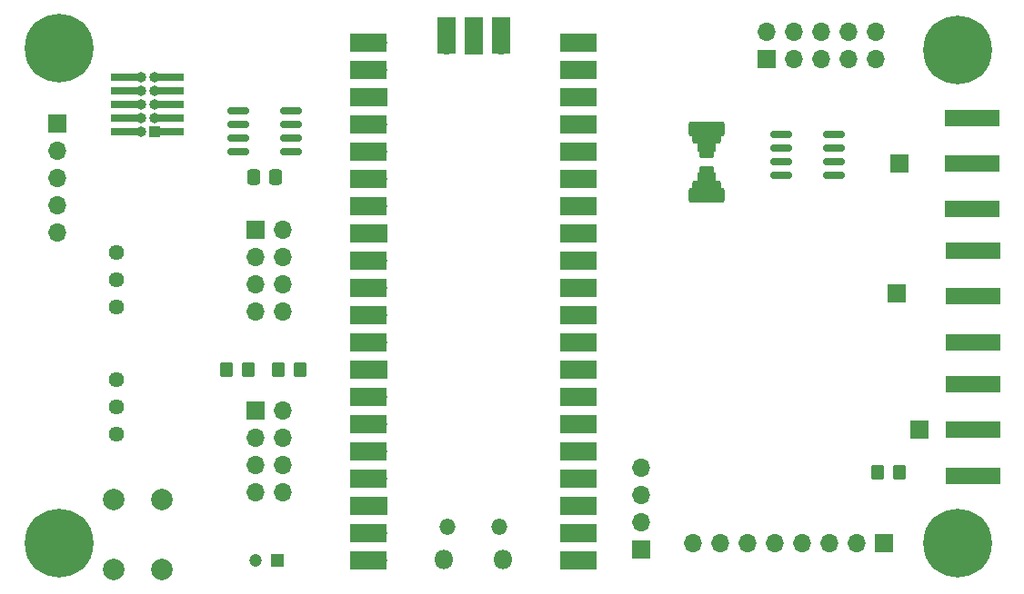
<source format=gbr>
%TF.GenerationSoftware,KiCad,Pcbnew,6.0.1*%
%TF.CreationDate,2022-02-28T04:04:16+01:00*%
%TF.ProjectId,glitcher,676c6974-6368-4657-922e-6b696361645f,4*%
%TF.SameCoordinates,Original*%
%TF.FileFunction,Soldermask,Top*%
%TF.FilePolarity,Negative*%
%FSLAX46Y46*%
G04 Gerber Fmt 4.6, Leading zero omitted, Abs format (unit mm)*
G04 Created by KiCad (PCBNEW 6.0.1) date 2022-02-28 04:04:16*
%MOMM*%
%LPD*%
G01*
G04 APERTURE LIST*
G04 Aperture macros list*
%AMRoundRect*
0 Rectangle with rounded corners*
0 $1 Rounding radius*
0 $2 $3 $4 $5 $6 $7 $8 $9 X,Y pos of 4 corners*
0 Add a 4 corners polygon primitive as box body*
4,1,4,$2,$3,$4,$5,$6,$7,$8,$9,$2,$3,0*
0 Add four circle primitives for the rounded corners*
1,1,$1+$1,$2,$3*
1,1,$1+$1,$4,$5*
1,1,$1+$1,$6,$7*
1,1,$1+$1,$8,$9*
0 Add four rect primitives between the rounded corners*
20,1,$1+$1,$2,$3,$4,$5,0*
20,1,$1+$1,$4,$5,$6,$7,0*
20,1,$1+$1,$6,$7,$8,$9,0*
20,1,$1+$1,$8,$9,$2,$3,0*%
G04 Aperture macros list end*
%ADD10RoundRect,0.250000X0.450000X-0.350000X0.450000X0.350000X-0.450000X0.350000X-0.450000X-0.350000X0*%
%ADD11R,5.080000X1.500000*%
%ADD12C,0.800000*%
%ADD13C,6.400000*%
%ADD14R,1.700000X1.700000*%
%ADD15O,1.700000X1.700000*%
%ADD16RoundRect,0.249999X1.075001X-0.450001X1.075001X0.450001X-1.075001X0.450001X-1.075001X-0.450001X0*%
%ADD17C,1.440000*%
%ADD18RoundRect,0.250000X0.350000X0.450000X-0.350000X0.450000X-0.350000X-0.450000X0.350000X-0.450000X0*%
%ADD19O,1.500000X1.500000*%
%ADD20O,1.800000X1.800000*%
%ADD21R,3.500000X1.700000*%
%ADD22R,1.700000X3.500000*%
%ADD23R,1.000000X1.000000*%
%ADD24O,1.000000X1.000000*%
%ADD25R,2.790000X0.740000*%
%ADD26RoundRect,0.250000X-0.350000X-0.450000X0.350000X-0.450000X0.350000X0.450000X-0.350000X0.450000X0*%
%ADD27RoundRect,0.249999X1.425001X-0.450001X1.425001X0.450001X-1.425001X0.450001X-1.425001X-0.450001X0*%
%ADD28RoundRect,0.250000X0.337500X0.475000X-0.337500X0.475000X-0.337500X-0.475000X0.337500X-0.475000X0*%
%ADD29R,1.200000X1.200000*%
%ADD30C,1.200000*%
%ADD31RoundRect,0.250000X0.625000X-0.400000X0.625000X0.400000X-0.625000X0.400000X-0.625000X-0.400000X0*%
%ADD32C,2.000000*%
%ADD33RoundRect,0.150000X-0.825000X-0.150000X0.825000X-0.150000X0.825000X0.150000X-0.825000X0.150000X0*%
G04 APERTURE END LIST*
D10*
%TO.C,R300d1*%
X135128000Y-88179000D03*
X135128000Y-86179000D03*
%TD*%
D11*
%TO.C,J206*%
X159845000Y-87287000D03*
X159845000Y-91537000D03*
X159845000Y-83037000D03*
%TD*%
D12*
%TO.C,H3*%
X160896000Y-122682000D03*
X156798944Y-120984944D03*
X158496000Y-125082000D03*
X156798944Y-124379056D03*
X160193056Y-120984944D03*
X160193056Y-124379056D03*
X158496000Y-120282000D03*
D13*
X158496000Y-122682000D03*
D12*
X156096000Y-122682000D03*
%TD*%
D14*
%TO.C,JP300*%
X93091000Y-93472000D03*
D15*
X93091000Y-96012000D03*
X93091000Y-98552000D03*
X93091000Y-101092000D03*
X95631000Y-96012000D03*
X95631000Y-101092000D03*
X95631000Y-93472000D03*
X95631000Y-98552000D03*
%TD*%
D14*
%TO.C,J207*%
X140721000Y-77602000D03*
D15*
X140721000Y-75062000D03*
X143261000Y-77602000D03*
X143261000Y-75062000D03*
X145801000Y-77602000D03*
X145801000Y-75062000D03*
X148341000Y-77602000D03*
X148341000Y-75062000D03*
X150881000Y-77602000D03*
X150881000Y-75062000D03*
%TD*%
D14*
%TO.C,J202*%
X152776000Y-99441000D03*
%TD*%
D16*
%TO.C,R300b1*%
X135128000Y-89579000D03*
X135128000Y-84779000D03*
%TD*%
D14*
%TO.C,J200*%
X151638000Y-122682000D03*
D15*
X149098000Y-122682000D03*
X146558000Y-122682000D03*
X144018000Y-122682000D03*
X141478000Y-122682000D03*
X138938000Y-122682000D03*
X136398000Y-122682000D03*
X133858000Y-122682000D03*
%TD*%
D14*
%TO.C,JP200*%
X93091000Y-110363000D03*
D15*
X93091000Y-112903000D03*
X93091000Y-115443000D03*
X93091000Y-117983000D03*
X95631000Y-115443000D03*
X95631000Y-112903000D03*
X95631000Y-110363000D03*
X95631000Y-117983000D03*
%TD*%
D17*
%TO.C,RV500*%
X80137000Y-95631000D03*
X80137000Y-98171000D03*
X80137000Y-100711000D03*
%TD*%
D14*
%TO.C,J205*%
X153030000Y-87317000D03*
%TD*%
D18*
%TO.C,R200*%
X153035000Y-116078000D03*
X151035000Y-116078000D03*
%TD*%
D19*
%TO.C,U100*%
X110986000Y-121173000D03*
D20*
X110686000Y-124203000D03*
X116136000Y-124203000D03*
D19*
X115836000Y-121173000D03*
D15*
X122301000Y-124333000D03*
D21*
X123201000Y-124333000D03*
X123201000Y-121793000D03*
D15*
X122301000Y-121793000D03*
D21*
X123201000Y-119253000D03*
D14*
X122301000Y-119253000D03*
D15*
X122301000Y-116713000D03*
D21*
X123201000Y-116713000D03*
X123201000Y-114173000D03*
D15*
X122301000Y-114173000D03*
D21*
X123201000Y-111633000D03*
D15*
X122301000Y-111633000D03*
X122301000Y-109093000D03*
D21*
X123201000Y-109093000D03*
X123201000Y-106553000D03*
D14*
X122301000Y-106553000D03*
D15*
X122301000Y-104013000D03*
D21*
X123201000Y-104013000D03*
X123201000Y-101473000D03*
D15*
X122301000Y-101473000D03*
X122301000Y-98933000D03*
D21*
X123201000Y-98933000D03*
X123201000Y-96393000D03*
D15*
X122301000Y-96393000D03*
D14*
X122301000Y-93853000D03*
D21*
X123201000Y-93853000D03*
D15*
X122301000Y-91313000D03*
D21*
X123201000Y-91313000D03*
D15*
X122301000Y-88773000D03*
D21*
X123201000Y-88773000D03*
X123201000Y-86233000D03*
D15*
X122301000Y-86233000D03*
X122301000Y-83693000D03*
D21*
X123201000Y-83693000D03*
X123201000Y-81153000D03*
D14*
X122301000Y-81153000D03*
D21*
X123201000Y-78613000D03*
D15*
X122301000Y-78613000D03*
X122301000Y-76073000D03*
D21*
X123201000Y-76073000D03*
D15*
X104521000Y-76073000D03*
D21*
X103621000Y-76073000D03*
X103621000Y-78613000D03*
D15*
X104521000Y-78613000D03*
D14*
X104521000Y-81153000D03*
D21*
X103621000Y-81153000D03*
D15*
X104521000Y-83693000D03*
D21*
X103621000Y-83693000D03*
D15*
X104521000Y-86233000D03*
D21*
X103621000Y-86233000D03*
D15*
X104521000Y-88773000D03*
D21*
X103621000Y-88773000D03*
X103621000Y-91313000D03*
D15*
X104521000Y-91313000D03*
D14*
X104521000Y-93853000D03*
D21*
X103621000Y-93853000D03*
D15*
X104521000Y-96393000D03*
D21*
X103621000Y-96393000D03*
D15*
X104521000Y-98933000D03*
D21*
X103621000Y-98933000D03*
D15*
X104521000Y-101473000D03*
D21*
X103621000Y-101473000D03*
X103621000Y-104013000D03*
D15*
X104521000Y-104013000D03*
D21*
X103621000Y-106553000D03*
D14*
X104521000Y-106553000D03*
D15*
X104521000Y-109093000D03*
D21*
X103621000Y-109093000D03*
X103621000Y-111633000D03*
D15*
X104521000Y-111633000D03*
X104521000Y-114173000D03*
D21*
X103621000Y-114173000D03*
D15*
X104521000Y-116713000D03*
D21*
X103621000Y-116713000D03*
D14*
X104521000Y-119253000D03*
D21*
X103621000Y-119253000D03*
X103621000Y-121793000D03*
D15*
X104521000Y-121793000D03*
D21*
X103621000Y-124333000D03*
D15*
X104521000Y-124333000D03*
X115951000Y-76303000D03*
D22*
X115951000Y-75403000D03*
X113411000Y-75403000D03*
D14*
X113411000Y-76303000D03*
D15*
X110871000Y-76303000D03*
D22*
X110871000Y-75403000D03*
%TD*%
D23*
%TO.C,REF\u002A\u002A*%
X83694000Y-84326000D03*
D24*
X82424000Y-84326000D03*
X83694000Y-83056000D03*
X82424000Y-83056000D03*
X83694000Y-81786000D03*
X82424000Y-81786000D03*
X83694000Y-80516000D03*
X82424000Y-80516000D03*
X83694000Y-79246000D03*
X82424000Y-79246000D03*
%TD*%
D25*
%TO.C,J102*%
X85094000Y-84326000D03*
X81024000Y-84326000D03*
X85094000Y-83056000D03*
X81024000Y-83056000D03*
X85094000Y-81786000D03*
X81024000Y-81786000D03*
X85094000Y-80516000D03*
X81024000Y-80516000D03*
X85094000Y-79246000D03*
X81024000Y-79246000D03*
%TD*%
D26*
%TO.C,R500*%
X90424000Y-106553000D03*
X92424000Y-106553000D03*
%TD*%
D17*
%TO.C,RV501*%
X80137000Y-107457000D03*
X80137000Y-109997000D03*
X80137000Y-112537000D03*
%TD*%
D27*
%TO.C,R300*%
X135150000Y-90229000D03*
X135150000Y-84129000D03*
%TD*%
D28*
%TO.C,C401*%
X95017500Y-88598819D03*
X92942500Y-88598819D03*
%TD*%
D29*
%TO.C,C100*%
X95123000Y-124333000D03*
D30*
X93123000Y-124333000D03*
%TD*%
D31*
%TO.C,R300c1*%
X135128000Y-88729000D03*
X135128000Y-85629000D03*
%TD*%
D12*
%TO.C,H2*%
X156798944Y-78405056D03*
X156096000Y-76708000D03*
X158496000Y-79108000D03*
X158496000Y-74308000D03*
X160193056Y-78405056D03*
X160896000Y-76708000D03*
X160193056Y-75010944D03*
D13*
X158496000Y-76708000D03*
D12*
X156798944Y-75010944D03*
%TD*%
D14*
%TO.C,J201*%
X154940000Y-112141000D03*
%TD*%
D32*
%TO.C,SW1*%
X84444400Y-125119200D03*
X84444400Y-118619200D03*
X79944400Y-118619200D03*
X79944400Y-125119200D03*
%TD*%
D33*
%TO.C,U401a*%
X91505000Y-82375819D03*
X91505000Y-83645819D03*
X91505000Y-84915819D03*
X91505000Y-86185819D03*
X96455000Y-86185819D03*
X96455000Y-84915819D03*
X96455000Y-83645819D03*
X96455000Y-82375819D03*
%TD*%
D14*
%TO.C,J100*%
X129032000Y-123307000D03*
D15*
X129032000Y-120767000D03*
X129032000Y-118227000D03*
X129032000Y-115687000D03*
%TD*%
D14*
%TO.C,J101*%
X74676000Y-83566000D03*
D15*
X74676000Y-86106000D03*
X74676000Y-88646000D03*
X74676000Y-91186000D03*
X74676000Y-93726000D03*
%TD*%
D26*
%TO.C,R501*%
X95250000Y-106553000D03*
X97250000Y-106553000D03*
%TD*%
D11*
%TO.C,J204*%
X159888000Y-99695000D03*
X159888000Y-103945000D03*
X159888000Y-95445000D03*
%TD*%
D33*
%TO.C,Q300*%
X142051000Y-84582000D03*
X142051000Y-85852000D03*
X142051000Y-87122000D03*
X142051000Y-88392000D03*
X147001000Y-88392000D03*
X147001000Y-87122000D03*
X147001000Y-85852000D03*
X147001000Y-84582000D03*
%TD*%
D11*
%TO.C,J203*%
X159888000Y-112141000D03*
X159888000Y-116391000D03*
X159888000Y-107891000D03*
%TD*%
D12*
%TO.C,H1*%
X74803000Y-78981000D03*
X73105944Y-74883944D03*
D13*
X74803000Y-76581000D03*
D12*
X74803000Y-74181000D03*
X73105944Y-78278056D03*
X77203000Y-76581000D03*
X76500056Y-78278056D03*
X72403000Y-76581000D03*
X76500056Y-74883944D03*
%TD*%
%TO.C,H4*%
X76500056Y-120984944D03*
D13*
X74803000Y-122682000D03*
D12*
X72403000Y-122682000D03*
X76500056Y-124379056D03*
X74803000Y-120282000D03*
X74803000Y-125082000D03*
X77203000Y-122682000D03*
X73105944Y-120984944D03*
X73105944Y-124379056D03*
%TD*%
M02*

</source>
